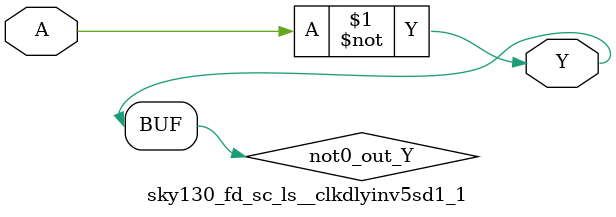
<source format=v>
/*
 * Copyright 2020 The SkyWater PDK Authors
 *
 * Licensed under the Apache License, Version 2.0 (the "License");
 * you may not use this file except in compliance with the License.
 * You may obtain a copy of the License at
 *
 *     https://www.apache.org/licenses/LICENSE-2.0
 *
 * Unless required by applicable law or agreed to in writing, software
 * distributed under the License is distributed on an "AS IS" BASIS,
 * WITHOUT WARRANTIES OR CONDITIONS OF ANY KIND, either express or implied.
 * See the License for the specific language governing permissions and
 * limitations under the License.
 *
 * SPDX-License-Identifier: Apache-2.0
*/


`ifndef SKY130_FD_SC_LS__CLKDLYINV5SD1_1_FUNCTIONAL_V
`define SKY130_FD_SC_LS__CLKDLYINV5SD1_1_FUNCTIONAL_V

/**
 * clkdlyinv5sd1: Clock Delay Inverter 5-stage 0.15um length inner
 *                stage gate.
 *
 * Verilog simulation functional model.
 */

`timescale 1ns / 1ps
`default_nettype none

`celldefine
module sky130_fd_sc_ls__clkdlyinv5sd1_1 (
    Y,
    A
);

    // Module ports
    output Y;
    input  A;

    // Local signals
    wire not0_out_Y;

    //  Name  Output      Other arguments
    not not0 (not0_out_Y, A              );
    buf buf0 (Y         , not0_out_Y     );

endmodule
`endcelldefine

`default_nettype wire
`endif  // SKY130_FD_SC_LS__CLKDLYINV5SD1_1_FUNCTIONAL_V

</source>
